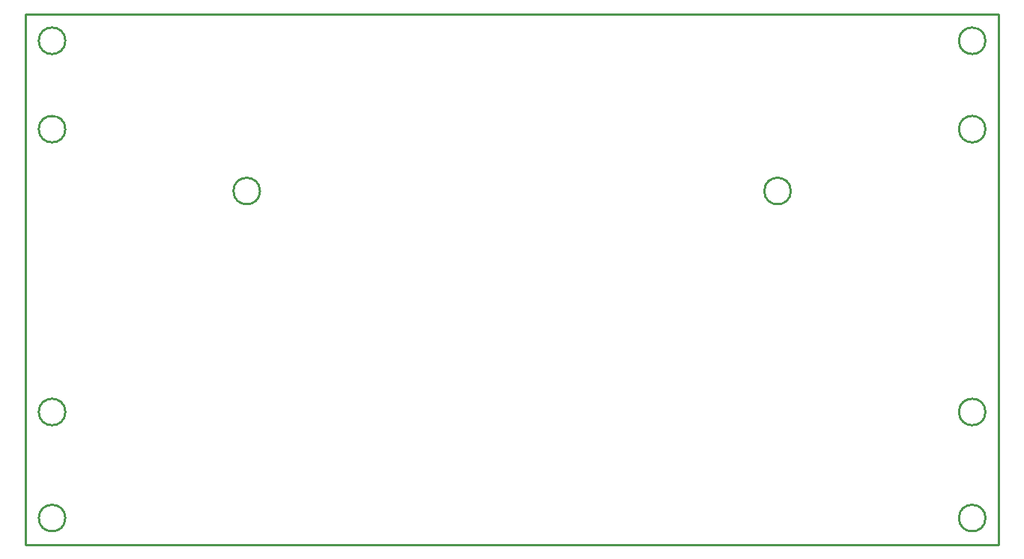
<source format=gm1>
G04*
G04 #@! TF.GenerationSoftware,Altium Limited,Altium Designer,20.0.12 (288)*
G04*
G04 Layer_Color=16711935*
%FSLAX44Y44*%
%MOMM*%
G71*
G01*
G75*
%ADD11C,0.2540*%
D11*
X865000Y400000D02*
G03*
X865000Y400000I-15000J0D01*
G01*
X265000D02*
G03*
X265000Y400000I-15000J0D01*
G01*
X45000Y470000D02*
G03*
X45000Y470000I-15000J0D01*
G01*
Y150000D02*
G03*
X45000Y150000I-15000J0D01*
G01*
X1085000Y470000D02*
G03*
X1085000Y470000I-15000J0D01*
G01*
Y150000D02*
G03*
X1085000Y150000I-15000J0D01*
G01*
X45000Y570000D02*
G03*
X45000Y570000I-15000J0D01*
G01*
Y30000D02*
G03*
X45000Y30000I-15000J0D01*
G01*
X1085000D02*
G03*
X1085000Y30000I-15000J0D01*
G01*
Y570000D02*
G03*
X1085000Y570000I-15000J0D01*
G01*
X0Y0D02*
X1100000D01*
Y600000D01*
X0D02*
X1100000D01*
X0Y0D02*
Y600000D01*
M02*

</source>
